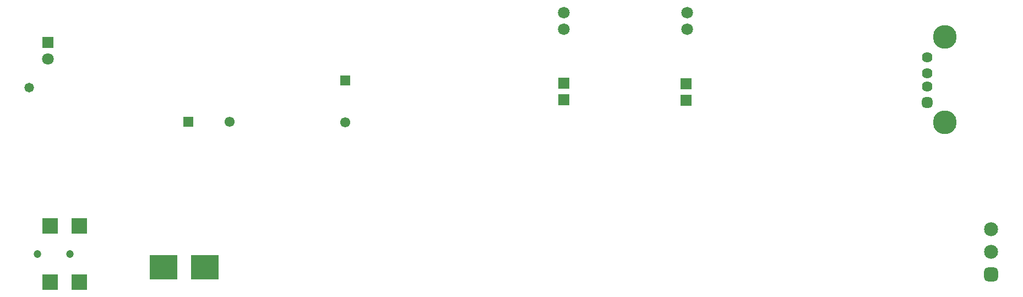
<source format=gts>
G04*
G04 #@! TF.GenerationSoftware,Altium Limited,Altium Designer,24.6.1 (21)*
G04*
G04 Layer_Color=8388736*
%FSLAX44Y44*%
%MOMM*%
G71*
G04*
G04 #@! TF.SameCoordinates,0C7A953C-3CFA-4B2B-8ADC-03269437489E*
G04*
G04*
G04 #@! TF.FilePolarity,Negative*
G04*
G01*
G75*
%ADD16R,4.2400X3.8100*%
%ADD17R,2.4032X2.4032*%
%ADD18R,1.8032X1.8032*%
G04:AMPARAMS|DCode=19|XSize=1.8032mm|YSize=1.8032mm|CornerRadius=0.9016mm|HoleSize=0mm|Usage=FLASHONLY|Rotation=90.000|XOffset=0mm|YOffset=0mm|HoleType=Round|Shape=RoundedRectangle|*
%AMROUNDEDRECTD19*
21,1,1.8032,0.0000,0,0,90.0*
21,1,0.0000,1.8032,0,0,90.0*
1,1,1.8032,0.0000,0.0000*
1,1,1.8032,0.0000,0.0000*
1,1,1.8032,0.0000,0.0000*
1,1,1.8032,0.0000,0.0000*
%
%ADD19ROUNDEDRECTD19*%
%ADD20C,1.2032*%
%ADD21C,1.6232*%
G04:AMPARAMS|DCode=22|XSize=1.6232mm|YSize=1.6232mm|CornerRadius=0.4566mm|HoleSize=0mm|Usage=FLASHONLY|Rotation=90.000|XOffset=0mm|YOffset=0mm|HoleType=Round|Shape=RoundedRectangle|*
%AMROUNDEDRECTD22*
21,1,1.6232,0.7100,0,0,90.0*
21,1,0.7100,1.6232,0,0,90.0*
1,1,0.9132,0.3550,0.3550*
1,1,0.9132,0.3550,-0.3550*
1,1,0.9132,-0.3550,-0.3550*
1,1,0.9132,-0.3550,0.3550*
%
%ADD22ROUNDEDRECTD22*%
%ADD23C,3.6532*%
%ADD24C,1.8032*%
%ADD25C,1.5532*%
%ADD26R,1.5532X1.5532*%
%ADD27R,1.5532X1.5532*%
%ADD28C,2.1532*%
G04:AMPARAMS|DCode=29|XSize=2.1532mm|YSize=2.1532mm|CornerRadius=0.5891mm|HoleSize=0mm|Usage=FLASHONLY|Rotation=90.000|XOffset=0mm|YOffset=0mm|HoleType=Round|Shape=RoundedRectangle|*
%AMROUNDEDRECTD29*
21,1,2.1532,0.9750,0,0,90.0*
21,1,0.9750,2.1532,0,0,90.0*
1,1,1.1782,0.4875,0.4875*
1,1,1.1782,0.4875,-0.4875*
1,1,1.1782,-0.4875,-0.4875*
1,1,1.1782,-0.4875,0.4875*
%
%ADD29ROUNDEDRECTD29*%
%ADD30C,1.4732*%
D16*
X528420Y292100D02*
D03*
X464720D02*
D03*
D17*
X335691Y269600D02*
D03*
Y355600D02*
D03*
X290692D02*
D03*
Y269600D02*
D03*
D18*
X1080770Y575310D02*
D03*
Y549910D02*
D03*
X1268730Y548640D02*
D03*
Y574040D02*
D03*
X287020Y637540D02*
D03*
D19*
X1080516Y657860D02*
D03*
X1080770Y683260D02*
D03*
X1270000D02*
D03*
X1269746Y657860D02*
D03*
D20*
X320692Y312600D02*
D03*
X270692D02*
D03*
D21*
X1639360Y590390D02*
D03*
Y570390D02*
D03*
Y615390D02*
D03*
D22*
Y545390D02*
D03*
D23*
X1666460Y514690D02*
D03*
Y646090D02*
D03*
D24*
X287020Y612140D02*
D03*
D25*
X566670Y515620D02*
D03*
X744220Y515370D02*
D03*
D26*
X502670Y515620D02*
D03*
D27*
X744220Y579370D02*
D03*
D28*
X1737820Y316230D02*
D03*
Y351230D02*
D03*
D29*
Y281230D02*
D03*
D30*
X258318Y568198D02*
D03*
M02*

</source>
